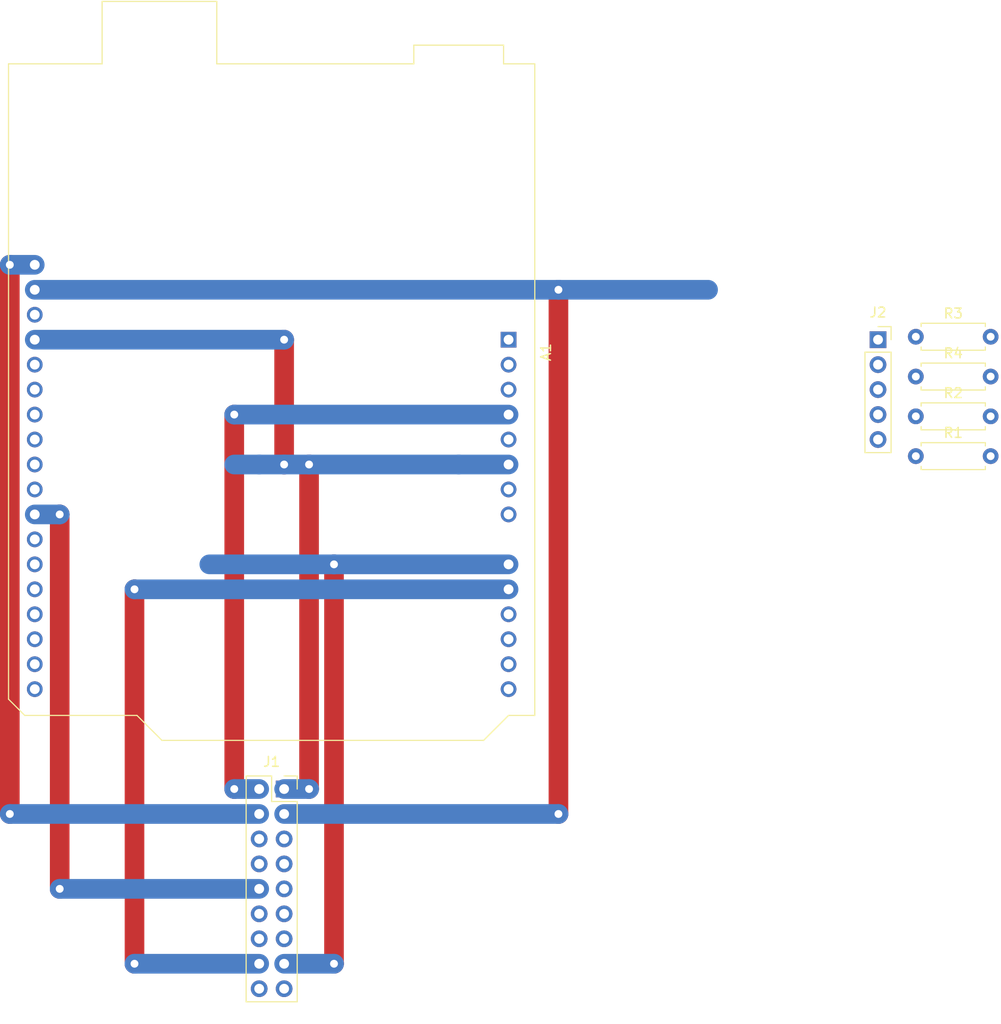
<source format=kicad_pcb>
(kicad_pcb (version 20211014) (generator pcbnew)
  (layers (0 "F.Cu" signal) (31 "B.Cu" signal) (34 "B.Paste" user) (35 "F.Paste" user) (36 "B.SilkS" user "B.Silkscreen") (37 "F.SilkS" user "F.Silkscreen") (38 "B.Mask" user) (39 "F.Mask" user) (44 "Edge.Cuts" user))
  (net 0 "")
  (net 1 "+3V3")
  (net 2 "/D1")
  (net 3 "Net-(A1-Pad13)")
  (net 6 "/DIS0")
  (net 7 "Net-(A1-Pad14)")
  (net 8 "GND")
  (net 12 "Net-(A1-Pad26)")
  (net 14 "+5V")
  (net 16 "/N")
  (net 17 "/N_RST")
  (net 18 "/D0")
  (net 32 "/SIOD")
  (net 33 "/SIOC")
  (net 44 "Net-(R1-Pad1)")
  (net 45 "Net-(R3-Pad1)")
  (net 47 "/D7")
  (footprint "For_Rasterboard:R_Axial_DIN0207_L6.3mm_D2.5mm_P7.62mm_Horizontal" (layer "F.Cu") (at 173.56 106.38)
    (fp_text reference "R3" (at 3.81 -2.37) (layer "F.SilkS"))
    (fp_text value "4.7K")
    (fp_line (start 0.54 -1.37) (end 7.08 -1.37) (layer "F.SilkS") (width 0.12))
    (fp_line (start 0.54 1.37) (end 7.08 1.37) (layer "F.SilkS") (width 0.12))
    (fp_line (start 0.54 1.04) (end 0.54 1.37) (layer "F.SilkS") (width 0.12))
    (fp_line (start 7.08 1.37) (end 7.08 1.04) (layer "F.SilkS") (width 0.12))
    (fp_line (start 0.54 -1.04) (end 0.54 -1.37) (layer "F.SilkS") (width 0.12))
    (fp_line (start 7.08 -1.37) (end 7.08 -1.04) (layer "F.SilkS") (width 0.12))
    (pad "1" thru_hole circle (at 0 0) (size 1.6 1.6) (drill 0.8) (layers *.Cu *.Mask) (net 45 "Net-(R3-Pad1)"))
    (pad "2" thru_hole oval (at 7.62 0) (size 1.6 1.6) (drill 0.8) (layers *.Cu *.Mask) (net 12 "Net-(A1-Pad26)"))
  )
  (footprint "Connector_PinSocket_2.54mm:PinSocket_1x05_P2.54mm_Vertical" (layer "F.Cu") (at 169.71 106.68)
    (fp_text reference "J2" (at 0 -2.77) (layer "F.SilkS"))
    (fp_text value "1x5 2.54mm male")
    (fp_line (start 1.33 -1.33) (end 1.33 0) (layer "F.SilkS") (width 0.12))
    (fp_line (start -1.33 1.27) (end 1.33 1.27) (layer "F.SilkS") (width 0.12))
    (fp_line (start -1.33 1.27) (end -1.33 11.49) (layer "F.SilkS") (width 0.12))
    (fp_line (start 1.33 1.27) (end 1.33 11.49) (layer "F.SilkS") (width 0.12))
    (fp_line (start -1.33 11.49) (end 1.33 11.49) (layer "F.SilkS") (width 0.12))
    (fp_line (start 0 -1.33) (end 1.33 -1.33) (layer "F.SilkS") (width 0.12))
    (pad "1" thru_hole rect (at 0 0) (size 1.7 1.7) (drill 1) (layers *.Cu *.Mask))
    (pad "2" thru_hole oval (at 0 2.54) (size 1.7 1.7) (drill 1) (layers *.Cu *.Mask))
    (pad "3" thru_hole oval (at 0 5.08) (size 1.7 1.7) (drill 1) (layers *.Cu *.Mask))
    (pad "4" thru_hole oval (at 0 7.62) (size 1.7 1.7) (drill 1) (layers *.Cu *.Mask) (net 16 "/N"))
    (pad "5" thru_hole oval (at 0 10.16) (size 1.7 1.7) (drill 1) (layers *.Cu *.Mask) (net 8 "GND"))
  )
  (footprint "For_Rasterboard:R_Axial_DIN0207_L6.3mm_D2.5mm_P7.62mm_Horizontal" (layer "F.Cu") (at 173.56 114.48)
    (fp_text reference "R2" (at 3.81 -2.37) (layer "F.SilkS"))
    (fp_text value "10K")
    (fp_line (start 7.08 -1.37) (end 7.08 -1.04) (layer "F.SilkS") (width 0.12))
    (fp_line (start 7.08 1.37) (end 7.08 1.04) (layer "F.SilkS") (width 0.12))
    (fp_line (start 0.54 -1.04) (end 0.54 -1.37) (layer "F.SilkS") (width 0.12))
    (fp_line (start 0.54 1.37) (end 7.08 1.37) (layer "F.SilkS") (width 0.12))
    (fp_line (start 0.54 -1.37) (end 7.08 -1.37) (layer "F.SilkS") (width 0.12))
    (fp_line (start 0.54 1.04) (end 0.54 1.37) (layer "F.SilkS") (width 0.12))
    (pad "1" thru_hole circle (at 0 0) (size 1.6 1.6) (drill 0.8) (layers *.Cu *.Mask) (net 44 "Net-(R1-Pad1)"))
    (pad "2" thru_hole oval (at 7.62 0) (size 1.6 1.6) (drill 0.8) (layers *.Cu *.Mask) (net 7 "Net-(A1-Pad14)"))
  )
  (footprint "For_Rasterboard:R_Axial_DIN0207_L6.3mm_D2.5mm_P7.62mm_Horizontal" (layer "F.Cu") (at 173.56 118.53)
    (fp_text reference "R1" (at 3.81 -2.37) (layer "F.SilkS"))
    (fp_text value "10K")
    (fp_line (start 0.54 1.37) (end 7.08 1.37) (layer "F.SilkS") (width 0.12))
    (fp_line (start 7.08 1.37) (end 7.08 1.04) (layer "F.SilkS") (width 0.12))
    (fp_line (start 0.54 -1.37) (end 7.08 -1.37) (layer "F.SilkS") (width 0.12))
    (fp_line (start 0.54 1.04) (end 0.54 1.37) (layer "F.SilkS") (width 0.12))
    (fp_line (start 7.08 -1.37) (end 7.08 -1.04) (layer "F.SilkS") (width 0.12))
    (fp_line (start 0.54 -1.04) (end 0.54 -1.37) (layer "F.SilkS") (width 0.12))
    (pad "1" thru_hole circle (at 0 0) (size 1.6 1.6) (drill 0.8) (layers *.Cu *.Mask) (net 44 "Net-(R1-Pad1)"))
    (pad "2" thru_hole oval (at 7.62 0) (size 1.6 1.6) (drill 0.8) (layers *.Cu *.Mask) (net 3 "Net-(A1-Pad13)"))
  )
  (footprint "For_Rasterboard:Arduino_UNO_R3_WithMountingHoles_Snapped_to_P2.54mm" (layer "F.Cu") (at 132.08 106.68 -90)
    (fp_text reference "A1" (at 1.27 -3.81 90) (layer "F.SilkS"))
    (fp_text value "Arduino_UNO_R3")
    (fp_line (start 38.23 37.85) (end 40.77 35.31) (layer "F.SilkS") (width 0.12))
    (fp_line (start -28.07 29.72) (end -34.42 29.72) (layer "F.SilkS") (width 0.12))
    (fp_line (start -28.07 9.65) (end -28.07 29.72) (layer "F.SilkS") (width 0.12))
    (fp_line (start -28.07 -2.67) (end -28.07 0.51) (layer "F.SilkS") (width 0.12))
    (fp_line (start 38.23 49.28) (end 38.23 37.85) (layer "F.SilkS") (width 0.12))
    (fp_line (start -29.97 9.65) (end -28.07 9.65) (layer "F.SilkS") (width 0.12))
    (fp_line (start -28.07 41.4) (end -28.07 50.93) (layer "F.SilkS") (width 0.12))
    (fp_line (start 40.77 2.54) (end 38.23 0) (layer "F.SilkS") (width 0.12))
    (fp_line (start -28.07 0.51) (end -29.97 0.51) (layer "F.SilkS") (width 0.12))
    (fp_line (start 36.58 50.93) (end 38.23 49.28) (layer "F.SilkS") (width 0.12))
    (fp_line (start 38.23 -2.67) (end -28.07 -2.67) (layer "F.SilkS") (width 0.12))
    (fp_line (start 38.23 0) (end 38.23 -2.67) (layer "F.SilkS") (width 0.12))
    (fp_line (start -34.42 41.4) (end -28.07 41.4) (layer "F.SilkS") (width 0.12))
    (fp_line (start -34.42 29.72) (end -34.42 41.4) (layer "F.SilkS") (width 0.12))
    (fp_line (start 40.77 35.31) (end 40.77 2.54) (layer "F.SilkS") (width 0.12))
    (fp_line (start -29.97 0.51) (end -29.97 9.65) (layer "F.SilkS") (width 0.12))
    (fp_line (start -28.07 50.93) (end 36.58 50.93) (layer "F.SilkS") (width 0.12))
    (pad "" np_thru_hole circle (at 38.1 5.08) (size 3.2 3.2) (drill 3.2) (layers *.Cu *.Mask))
    (pad "" np_thru_hole circle (at -13.97 0) (size 3.2 3.2) (drill 3.2) (layers *.Cu *.Mask))
    (pad "" np_thru_hole circle (at 38.1 33.02) (size 3.2 3.2) (drill 3.2) (layers *.Cu *.Mask))
    (pad "" np_thru_hole circle (at -12.7 48.26) (size 3.2 3.2) (drill 3.2) (layers *.Cu *.Mask))
    (pad "1" thru_hole rect (at 0 0) (size 1.6 1.6) (drill 1) (layers *.Cu *.Mask))
    (pad "2" thru_hole oval (at 2.54 0) (size 1.6 1.6) (drill 1) (layers *.Cu *.Mask))
    (pad "3" thru_hole oval (at 5.08 0) (size 1.6 1.6) (drill 1) (layers *.Cu *.Mask) (net 17 "/N_RST"))
    (pad "4" thru_hole oval (at 7.62 0) (size 1.6 1.6) (drill 1) (layers *.Cu *.Mask) (net 1 "+3V3"))
    (pad "5" thru_hole oval (at 10.16 0) (size 1.6 1.6) (drill 1) (layers *.Cu *.Mask) (net 14 "+5V"))
    (pad "6" thru_hole oval (at 12.7 0) (size 1.6 1.6) (drill 1) (layers *.Cu *.Mask) (net 8 "GND"))
    (pad "7" thru_hole oval (at 15.24 0) (size 1.6 1.6) (drill 1) (layers *.Cu *.Mask) (net 8 "GND"))
    (pad "8" thru_hole oval (at 17.78 0) (size 1.6 1.6) (drill 1) (layers *.Cu *.Mask))
    (pad "9" thru_hole oval (at 22.86 0) (size 1.6 1.6) (drill 1) (layers *.Cu *.Mask) (net 18 "/D0"))
    (pad "10" thru_hole oval (at 25.4 0) (size 1.6 1.6) (drill 1) (layers *.Cu *.Mask) (net 2 "/D1"))
    (pad "11" thru_hole oval (at 27.94 0) (size 1.6 1.6) (drill 1) (layers *.Cu *.Mask))
    (pad "12" thru_hole oval (at 30.48 0) (size 1.6 1.6) (drill 1) (layers *.Cu *.Mask))
    (pad "13" thru_hole oval (at 33.02 0) (size 1.6 1.6) (drill 1) (layers *.Cu *.Mask) (net 3 "Net-(A1-Pad13)"))
    (pad "14" thru_hole oval (at 35.56 0) (size 1.6 1.6) (drill 1) (layers *.Cu *.Mask) (net 7 "Net-(A1-Pad14)"))
    (pad "15" thru_hole oval (at 35.56 48.26) (size 1.6 1.6) (drill 1) (layers *.Cu *.Mask))
    (pad "16" thru_hole oval (at 33.02 48.26) (size 1.6 1.6) (drill 1) (layers *.Cu *.Mask))
    (pad "17" thru_hole oval (at 30.48 48.26) (size 1.6 1.6) (drill 1) (layers *.Cu *.Mask) (net 6 "/DIS0"))
    (pad "18" thru_hole oval (at 27.94 48.26) (size 1.6 1.6) (drill 1) (layers *.Cu *.Mask))
    (pad "19" thru_hole oval (at 25.4 48.26) (size 1.6 1.6) (drill 1) (layers *.Cu *.Mask))
    (pad "20" thru_hole oval (at 22.86 48.26) (size 1.6 1.6) (drill 1) (layers *.Cu *.Mask))
    (pad "21" thru_hole oval (at 20.32 48.26) (size 1.6 1.6) (drill 1) (layers *.Cu *.Mask))
    (pad "22" thru_hole oval (at 17.78 48.26) (size 1.6 1.6) (drill 1) (layers *.Cu *.Mask) (net 47 "/D7"))
    (pad "23" thru_hole oval (at 15.24 48.26) (size 1.6 1.6) (drill 1) (layers *.Cu *.Mask))
    (pad "24" thru_hole oval (at 12.7 48.26) (size 1.6 1.6) (drill 1) (layers *.Cu *.Mask))
    (pad "25" thru_hole oval (at 10.16 48.26) (size 1.6 1.6) (drill 1) (layers *.Cu *.Mask))
    (pad "26" thru_hole oval (at 7.62 48.26) (size 1.6 1.6) (drill 1) (layers *.Cu *.Mask) (net 12 "Net-(A1-Pad26)"))
    (pad "27" thru_hole oval (at 5.08 48.26) (size 1.6 1.6) (drill 1) (layers *.Cu *.Mask))
    (pad "28" thru_hole oval (at 2.54 48.26) (size 1.6 1.6) (drill 1) (layers *.Cu *.Mask))
    (pad "29" thru_hole oval (at 0 48.26) (size 1.6 1.6) (drill 1) (layers *.Cu *.Mask) (net 8 "GND"))
    (pad "30" thru_hole oval (at -2.54 48.26) (size 1.6 1.6) (drill 1) (layers *.Cu *.Mask))
    (pad "31" thru_hole oval (at -5.08 48.26) (size 1.6 1.6) (drill 1) (layers *.Cu *.Mask) (net 32 "/SIOD"))
    (pad "32" thru_hole oval (at -7.62 48.26) (size 1.6 1.6) (drill 1) (layers *.Cu *.Mask) (net 33 "/SIOC"))
  )
  (footprint "Connector_PinSocket_2.54mm:PinSocket_2x09_P2.54mm_Vertical" (layer "F.Cu") (at 109.22 152.4)
    (fp_text reference "J1" (at -1.27 -2.77) (layer "F.SilkS"))
    (fp_text value "2x9 2.54mm 90deg female")
    (fp_line (start -1.27 1.27) (end 1.33 1.27) (layer "F.SilkS") (width 0.12))
    (fp_line (start 1.33 1.27) (end 1.33 21.65) (layer "F.SilkS") (width 0.12))
    (fp_line (start -3.87 -1.33) (end -3.87 21.65) (layer "F.SilkS") (width 0.12))
    (fp_line (start -1.27 -1.33) (end -1.27 1.27) (layer "F.SilkS") (width 0.12))
    (fp_line (start -3.87 21.65) (end 1.33 21.65) (layer "F.SilkS") (width 0.12))
    (fp_line (start 1.33 -1.33) (end 1.33 0) (layer "F.SilkS") (width 0.12))
    (fp_line (start -3.87 -1.33) (end -1.27 -1.33) (layer "F.SilkS") (width 0.12))
    (fp_line (start 0 -1.33) (end 1.33 -1.33) (layer "F.SilkS") (width 0.12))
    (pad "1" thru_hole rect (at 0 0) (size 1.7 1.7) (drill 1) (layers *.Cu *.Mask) (net 8 "GND"))
    (pad "2" thru_hole oval (at -2.54 0) (size 1.7 1.7) (drill 1) (layers *.Cu *.Mask) (net 1 "+3V3"))
    (pad "3" thru_hole oval (at 0 2.54) (size 1.7 1.7) (drill 1) (layers *.Cu *.Mask) (net 32 "/SIOD"))
    (pad "4" thru_hole oval (at -2.54 2.54) (size 1.7 1.7) (drill 1) (layers *.Cu *.Mask) (net 33 "/SIOC"))
    (pad "5" thru_hole oval (at 0 5.08) (size 1.7 1.7) (drill 1) (layers *.Cu *.Mask))
    (pad "6" thru_hole oval (at -2.54 5.08) (size 1.7 1.7) (drill 1) (layers *.Cu *.Mask))
    (pad "7" thru_hole oval (at 0 7.62) (size 1.7 1.7) (drill 1) (layers *.Cu *.Mask))
    (pad "8" thru_hole oval (at -2.54 7.62) (size 1.7 1.7) (drill 1) (layers *.Cu *.Mask))
    (pad "9" thru_hole oval (at 0 10.16) (size 1.7 1.7) (drill 1) (layers *.Cu *.Mask))
    (pad "10" thru_hole oval (at -2.54 10.16) (size 1.7 1.7) (drill 1) (layers *.Cu *.Mask) (net 47 "/D7"))
    (pad "11" thru_hole oval (at 0 12.7) (size 1.7 1.7) (drill 1) (layers *.Cu *.Mask))
    (pad "12" thru_hole oval (at -2.54 12.7) (size 1.7 1.7) (drill 1) (layers *.Cu *.Mask))
    (pad "13" thru_hole oval (at 0 15.24) (size 1.7 1.7) (drill 1) (layers *.Cu *.Mask))
    (pad "14" thru_hole oval (at -2.54 15.24) (size 1.7 1.7) (drill 1) (layers *.Cu *.Mask))
    (pad "15" thru_hole oval (at 0 17.78) (size 1.7 1.7) (drill 1) (layers *.Cu *.Mask) (net 18 "/D0"))
    (pad "16" thru_hole oval (at -2.54 17.78) (size 1.7 1.7) (drill 1) (layers *.Cu *.Mask) (net 2 "/D1"))
    (pad "17" thru_hole oval (at 0 20.32) (size 1.7 1.7) (drill 1) (layers *.Cu *.Mask))
    (pad "18" thru_hole oval (at -2.54 20.32) (size 1.7 1.7) (drill 1) (layers *.Cu *.Mask))
  )
  (footprint "For_Rasterboard:R_Axial_DIN0207_L6.3mm_D2.5mm_P7.62mm_Horizontal" (layer "F.Cu") (at 173.56 110.43)
    (fp_text reference "R4" (at 3.81 -2.37) (layer "F.SilkS"))
    (fp_text value "4.7K")
    (fp_line (start 7.08 -1.37) (end 7.08 -1.04) (layer "F.SilkS") (width 0.12))
    (fp_line (start 0.54 1.37) (end 7.08 1.37) (layer "F.SilkS") (width 0.12))
    (fp_line (start 7.08 1.37) (end 7.08 1.04) (layer "F.SilkS") (width 0.12))
    (fp_line (start 0.54 1.04) (end 0.54 1.37) (layer "F.SilkS") (width 0.12))
    (fp_line (start 0.54 -1.04) (end 0.54 -1.37) (layer "F.SilkS") (width 0.12))
    (fp_line (start 0.54 -1.37) (end 7.08 -1.37) (layer "F.SilkS") (width 0.12))
    (pad "1" thru_hole circle (at 0 0) (size 1.6 1.6) (drill 0.8) (layers *.Cu *.Mask) (net 45 "Net-(R3-Pad1)"))
    (pad "2" thru_hole oval (at 7.62 0) (size 1.6 1.6) (drill 0.8) (layers *.Cu *.Mask))
  )
  (segment (start 104.14 114.3) (end 104.14 152.4) (width 2) (layer "F.Cu") (net 1))
  (via (at 104.14 152.4) (size 2) (drill 0.8) (layers "F.Cu" "B.Cu") (net 1))
  (via (at 104.14 114.3) (size 2) (drill 0.8) (layers "F.Cu" "B.Cu") (net 1))
  (segment (start 104.14 114.3) (end 132.08 114.3) (width 2) (layer "B.Cu") (net 1))
  (segment (start 104.14 152.4) (end 106.68 152.4) (width 2) (layer "B.Cu") (net 1))
  (segment (start 93.98 170.18) (end 93.98 132.08) (width 2) (layer "F.Cu") (net 2))
  (via (at 93.98 132.08) (size 2) (drill 0.8) (layers "F.Cu" "B.Cu") (net 2))
  (via (at 93.98 170.18) (size 2) (drill 0.8) (layers "F.Cu" "B.Cu") (net 2))
  (segment (start 93.98 132.08) (end 132.08 132.08) (width 2) (layer "B.Cu") (net 2))
  (segment (start 106.68 170.18) (end 93.98 170.18) (width 2) (layer "B.Cu") (net 2))
  (segment (start 109.22 106.68) (end 109.22 119.38) (width 2) (layer "F.Cu") (net 8))
  (segment (start 111.76 152.4) (end 111.76 119.38) (width 2) (layer "F.Cu") (net 8))
  (via (at 111.76 119.38) (size 2) (drill 0.8) (layers "F.Cu" "B.Cu") (net 8))
  (via (at 111.76 152.4) (size 2) (drill 0.8) (layers "F.Cu" "B.Cu") (net 8))
  (via (at 109.22 119.38) (size 2) (drill 0.8) (layers "F.Cu" "B.Cu") (net 8))
  (via (at 109.22 106.68) (size 2) (drill 0.8) (layers "F.Cu" "B.Cu") (net 8))
  (segment (start 109.22 152.4) (end 111.76 152.4) (width 2) (layer "B.Cu") (net 8))
  (segment (start 106.68 119.38) (end 127 119.38) (width 2) (layer "B.Cu") (net 8))
  (segment (start 83.82 106.68) (end 109.22 106.68) (width 2) (layer "B.Cu") (net 8))
  (segment (start 132.08 119.38) (end 127 119.38) (width 2) (layer "B.Cu") (net 8))
  (segment (start 104.14 119.38) (end 106.68 119.38) (width 2) (layer "B.Cu") (net 8))
  (segment (start 114.3 170.18) (end 114.3 129.54) (width 2) (layer "F.Cu") (net 18))
  (via (at 114.3 170.18) (size 2) (drill 0.8) (layers "F.Cu" "B.Cu") (net 18))
  (via (at 114.3 129.54) (size 2) (drill 0.8) (layers "F.Cu" "B.Cu") (net 18))
  (segment (start 101.6 129.54) (end 114.3 129.54) (width 2) (layer "B.Cu") (net 18))
  (segment (start 109.22 170.18) (end 114.3 170.18) (width 2) (layer "B.Cu") (net 18))
  (segment (start 114.3 129.54) (end 132.08 129.54) (width 2) (layer "B.Cu") (net 18))
  (segment (start 137.16 154.94) (end 137.16 101.6) (width 2) (layer "F.Cu") (net 32))
  (via (at 137.16 154.94) (size 2) (drill 0.8) (layers "F.Cu" "B.Cu") (net 32))
  (via (at 137.16 101.6) (size 2) (drill 0.8) (layers "F.Cu" "B.Cu") (net 32))
  (segment (start 137.16 101.6) (end 152.4 101.6) (width 2) (layer "B.Cu") (net 32))
  (segment (start 83.82 101.6) (end 137.16 101.6) (width 2) (layer "B.Cu") (net 32))
  (segment (start 109.22 154.94) (end 137.16 154.94) (width 2) (layer "B.Cu") (net 32))
  (segment (start 81.28 154.94) (end 81.28 99.06) (width 2) (layer "F.Cu") (net 33))
  (via (at 81.28 154.94) (size 2) (drill 0.8) (layers "F.Cu" "B.Cu") (net 33))
  (via (at 81.28 99.06) (size 2) (drill 0.8) (layers "F.Cu" "B.Cu") (net 33))
  (segment (start 81.28 99.06) (end 83.82 99.06) (width 2) (layer "B.Cu") (net 33))
  (segment (start 106.68 154.94) (end 81.28 154.94) (width 2) (layer "B.Cu") (net 33))
  (segment (start 86.36 162.56) (end 86.36 124.46) (width 2) (layer "F.Cu") (net 47))
  (via (at 86.36 162.56) (size 2) (drill 0.8) (layers "F.Cu" "B.Cu") (net 47))
  (via (at 86.36 124.46) (size 2) (drill 0.8) (layers "F.Cu" "B.Cu") (net 47))
  (segment (start 86.36 124.46) (end 83.82 124.46) (width 2) (layer "B.Cu") (net 47))
  (segment (start 106.68 162.56) (end 86.36 162.56) (width 2) (layer "B.Cu") (net 47))
)
</source>
